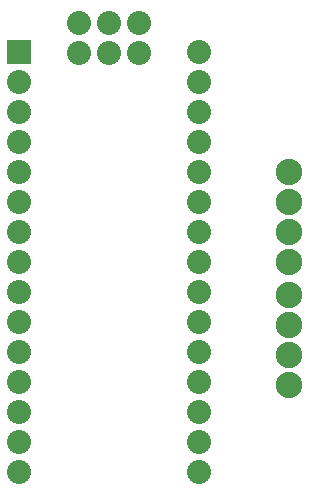
<source format=gbs>
G04 MADE WITH FRITZING*
G04 WWW.FRITZING.ORG*
G04 DOUBLE SIDED*
G04 HOLES PLATED*
G04 CONTOUR ON CENTER OF CONTOUR VECTOR*
%ASAXBY*%
%FSLAX23Y23*%
%MOIN*%
%OFA0B0*%
%SFA1.0B1.0*%
%ADD10C,0.080000*%
%ADD11C,0.088000*%
%ADD12R,0.079958X0.080000*%
%LNMASK0*%
G90*
G70*
G54D10*
X103Y1581D03*
X103Y1481D03*
X103Y1381D03*
X103Y1281D03*
X103Y1181D03*
X103Y1081D03*
X103Y981D03*
X103Y881D03*
X103Y781D03*
X103Y681D03*
X103Y581D03*
X103Y481D03*
X103Y381D03*
X103Y281D03*
X103Y181D03*
X703Y1581D03*
X703Y1481D03*
X703Y1381D03*
X703Y1281D03*
X703Y1181D03*
X703Y1081D03*
X703Y981D03*
X703Y881D03*
X703Y781D03*
X703Y681D03*
X703Y581D03*
X703Y481D03*
X703Y381D03*
X703Y281D03*
X703Y181D03*
X303Y1677D03*
X303Y1577D03*
X403Y1677D03*
X403Y1577D03*
X503Y1677D03*
X503Y1577D03*
G54D11*
X1003Y1181D03*
X1003Y1081D03*
X1003Y981D03*
X1003Y881D03*
X1003Y1181D03*
X1003Y1081D03*
X1003Y981D03*
X1003Y881D03*
X1002Y472D03*
X1002Y572D03*
X1002Y672D03*
X1002Y772D03*
G54D12*
X103Y1581D03*
G04 End of Mask0*
M02*
</source>
